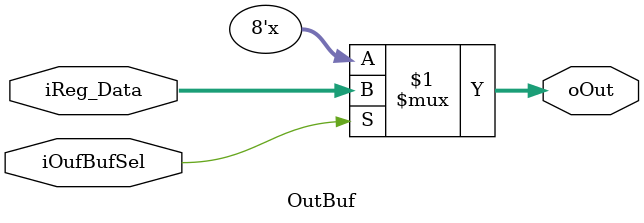
<source format=sv>
`timescale 1ns / 1ps


module MemSum_DP(
    //input   logic           iClk,
    //input   logic           iRst,
    
    input   logic           iRSrcSel,
    input   logic           iOufBufSel,

    input   logic   [7:0]   iRdData0,
    input   logic   [7:0]   iRdData1,

    output  logic   [7:0]   oWrData,
    output  logic   [7:0]   oOut,
    output  logic           oAlt
);

    // Reg & Wire - Logic
    logic   [7:0]   wAdd2Mux;

    /***********************************************
    // Instantiation
    ***********************************************/
    Mux_2x1 U_AMux_2x1  (
        .iSrcSel    (iRSrcSel),
        .iA         (8'b1),
        .iB         (wAdd2Mux),
        .oMux2Reg   (oWrData)
    );

    Comparator  U_Comp  (
        .iA     (iRdData1),
        .iB     (8'd10),
        .oAlt   (oAlt)
    );

    Adder   U_Add   (
        .iA     (iRdData0),
        .iB     (iRdData1),
        .oSum   (wAdd2Mux)
    );

    OutBuf  U_Out   (
        .iReg_Data  (iRdData0),
        .iOufBufSel (iOufBufSel),
        .oOut       (oOut)
    );

endmodule

/***********************************************
// Sub Modules
***********************************************/
module Mux_2x1 (
    input   logic           iSrcSel,
    input   logic   [7:0]   iA,
    input   logic   [7:0]   iB,
    
    output  logic   [7:0]   oMux2Reg
);

    always_comb
    begin
        oMux2Reg   = 8'b0;
        case (iSrcSel)
            1'b0    : oMux2Reg = iA;
            1'b1    : oMux2Reg = iB;
        endcase       
    end

endmodule

module Comparator (
    input   logic   [7:0]   iA,
    input   logic   [7:0]   iB,

    output  logic           oAlt
);

    assign  oAlt    = iA <= iB;

endmodule

module  Adder (
    input   logic   [7:0]   iA,
    input   logic   [7:0]   iB,

    output  logic   [7:0]   oSum
);

    assign  oSum    = iA + iB;

endmodule

module OutBuf (
    input   logic   [7:0]   iReg_Data,
    input   logic           iOufBufSel,

    output  logic   [7:0]   oOut
);

    assign  oOut    = iOufBufSel ? iReg_Data : 8'bz;

endmodule
</source>
